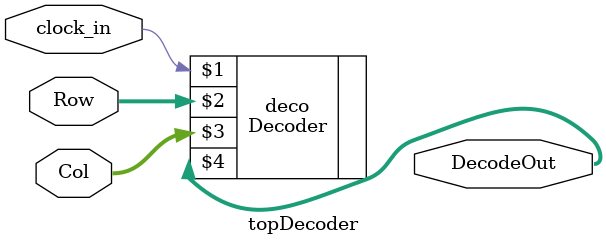
<source format=v>
`timescale 1ns / 1ps
module topDecoder(
 input clock_in,						// 100MHz onboard clock
      inout [3:0] Row,
      inout [3:0] Col,
     output [3:0] DecodeOut    // Output data

    );
 
    Decoder deco(clock_in,Row,Col,DecodeOut);
    
    
endmodule

</source>
